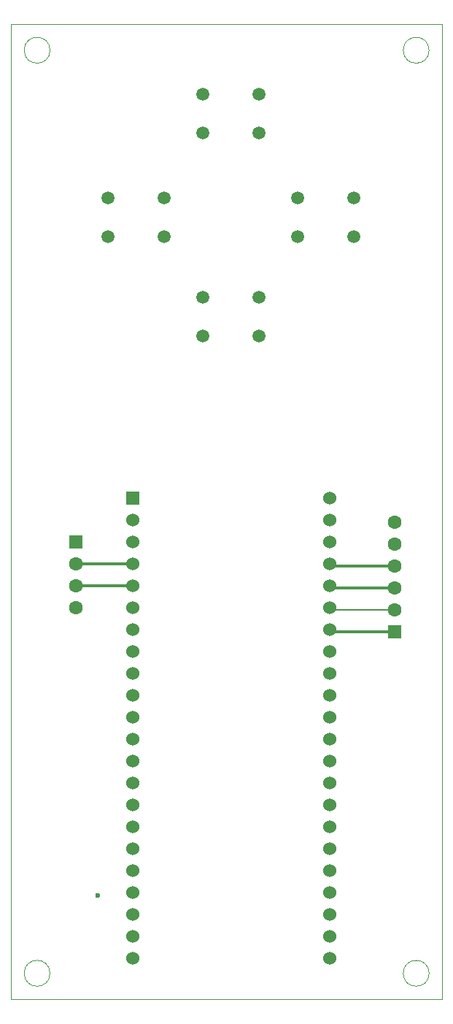
<source format=gbr>
%TF.GenerationSoftware,KiCad,Pcbnew,8.0.6*%
%TF.CreationDate,2024-11-20T17:32:44-08:00*%
%TF.ProjectId,hardware_password,68617264-7761-4726-955f-70617373776f,rev?*%
%TF.SameCoordinates,Original*%
%TF.FileFunction,Copper,L4,Bot*%
%TF.FilePolarity,Positive*%
%FSLAX46Y46*%
G04 Gerber Fmt 4.6, Leading zero omitted, Abs format (unit mm)*
G04 Created by KiCad (PCBNEW 8.0.6) date 2024-11-20 17:32:44*
%MOMM*%
%LPD*%
G01*
G04 APERTURE LIST*
%TA.AperFunction,ComponentPad*%
%ADD10C,1.507998*%
%TD*%
%TA.AperFunction,ComponentPad*%
%ADD11R,1.605000X1.605000*%
%TD*%
%TA.AperFunction,ComponentPad*%
%ADD12C,1.605000*%
%TD*%
%TA.AperFunction,ComponentPad*%
%ADD13R,1.530000X1.530000*%
%TD*%
%TA.AperFunction,ComponentPad*%
%ADD14C,1.530000*%
%TD*%
%TA.AperFunction,ViaPad*%
%ADD15C,0.600000*%
%TD*%
%TA.AperFunction,Conductor*%
%ADD16C,0.300000*%
%TD*%
%TA.AperFunction,Conductor*%
%ADD17C,0.200000*%
%TD*%
%TA.AperFunction,Profile*%
%ADD18C,0.100000*%
%TD*%
G04 APERTURE END LIST*
D10*
%TO.P,SW2,1,1*%
%TO.N,/IO10*%
X110249999Y-58604900D03*
%TO.P,SW2,2*%
X116750001Y-58604900D03*
%TO.P,SW2,3*%
%TO.N,GND*%
X110249999Y-63104901D03*
%TO.P,SW2,4,4*%
X116750001Y-63104901D03*
%TD*%
D11*
%TO.P,J1,1,Pin_1*%
%TO.N,/5V*%
X95500000Y-110460000D03*
D12*
%TO.P,J1,2,Pin_2*%
%TO.N,/SDA*%
X95500000Y-113000000D03*
%TO.P,J1,3,Pin_3*%
%TO.N,/SCL*%
X95500000Y-115540000D03*
%TO.P,J1,4,Pin_4*%
%TO.N,GND*%
X95500000Y-118080000D03*
%TD*%
D13*
%TO.P,U1,J1_1,3V3*%
%TO.N,Net-(U1-3V3-PadJ1_1)*%
X102140000Y-105440000D03*
D14*
%TO.P,U1,J1_2,3V3*%
X102140000Y-107980000D03*
%TO.P,U1,J1_3,RST*%
%TO.N,unconnected-(U1-RST-PadJ1_3)*%
X102140000Y-110520000D03*
%TO.P,U1,J1_4,GPIO4*%
%TO.N,/SDA*%
X102140000Y-113060000D03*
%TO.P,U1,J1_5,GPIO5*%
%TO.N,/SCL*%
X102140000Y-115600000D03*
%TO.P,U1,J1_6,GPIO6*%
%TO.N,unconnected-(U1-GPIO6-PadJ1_6)*%
X102140000Y-118140000D03*
%TO.P,U1,J1_7,GPIO7*%
%TO.N,unconnected-(U1-GPIO7-PadJ1_7)*%
X102140000Y-120680000D03*
%TO.P,U1,J1_8,GPIO15*%
%TO.N,/IO15*%
X102140000Y-123220000D03*
%TO.P,U1,J1_9,GPIO16*%
%TO.N,unconnected-(U1-GPIO16-PadJ1_9)*%
X102140000Y-125760000D03*
%TO.P,U1,J1_10,GPIO17*%
%TO.N,unconnected-(U1-GPIO17-PadJ1_10)*%
X102140000Y-128300000D03*
%TO.P,U1,J1_11,GPIO18*%
%TO.N,unconnected-(U1-GPIO18-PadJ1_11)*%
X102140000Y-130840000D03*
%TO.P,U1,J1_12,GPIO8*%
%TO.N,unconnected-(U1-GPIO8-PadJ1_12)*%
X102140000Y-133380000D03*
%TO.P,U1,J1_13,GPIO3*%
%TO.N,unconnected-(U1-GPIO3-PadJ1_13)*%
X102140000Y-135920000D03*
%TO.P,U1,J1_14,GPIO46*%
%TO.N,unconnected-(U1-GPIO46-PadJ1_14)*%
X102140000Y-138460000D03*
%TO.P,U1,J1_15,GPIO9*%
%TO.N,unconnected-(U1-GPIO9-PadJ1_15)*%
X102140000Y-141000000D03*
%TO.P,U1,J1_16,GPIO10*%
%TO.N,/IO10*%
X102140000Y-143540000D03*
%TO.P,U1,J1_17,GPIO11*%
%TO.N,unconnected-(U1-GPIO11-PadJ1_17)*%
X102140000Y-146080000D03*
%TO.P,U1,J1_18,GPIO12*%
%TO.N,unconnected-(U1-GPIO12-PadJ1_18)*%
X102140000Y-148620000D03*
%TO.P,U1,J1_19,GPIO13*%
%TO.N,/IO13*%
X102140000Y-151160000D03*
%TO.P,U1,J1_20,GPIO14*%
%TO.N,/IO14*%
X102140000Y-153700000D03*
%TO.P,U1,J1_21,5V0*%
%TO.N,/5V*%
X102140000Y-156240000D03*
%TO.P,U1,J1_22,GND*%
%TO.N,GND*%
X102140000Y-158780000D03*
%TO.P,U1,J3_1,GND*%
X125000000Y-105440000D03*
%TO.P,U1,J3_2,U0TXD/GPIO43*%
%TO.N,unconnected-(U1-U0TXD{slash}GPIO43-PadJ3_2)*%
X125000000Y-107980000D03*
%TO.P,U1,J3_3,U0RXD/GPIO44*%
%TO.N,unconnected-(U1-U0RXD{slash}GPIO44-PadJ3_3)*%
X125000000Y-110520000D03*
%TO.P,U1,J3_4,GPIO1*%
%TO.N,/MISO*%
X125000000Y-113060000D03*
%TO.P,U1,J3_5,GPIO2*%
%TO.N,/MOSI*%
X125000000Y-115600000D03*
%TO.P,U1,J3_6,MTMS/GPIO42*%
%TO.N,/SCK*%
X125000000Y-118140000D03*
%TO.P,U1,J3_7,MTDI/GPIO41*%
%TO.N,/CS*%
X125000000Y-120680000D03*
%TO.P,U1,J3_8,MTDO/GPIO40*%
%TO.N,unconnected-(U1-MTDO{slash}GPIO40-PadJ3_8)*%
X125000000Y-123220000D03*
%TO.P,U1,J3_9,MTCK/GPIO39*%
%TO.N,unconnected-(U1-MTCK{slash}GPIO39-PadJ3_9)*%
X125000000Y-125760000D03*
%TO.P,U1,J3_10,GPIO38*%
%TO.N,unconnected-(U1-GPIO38-PadJ3_10)*%
X125000000Y-128300000D03*
%TO.P,U1,J3_11,GPIO37*%
%TO.N,unconnected-(U1-GPIO37-PadJ3_11)*%
X125000000Y-130840000D03*
%TO.P,U1,J3_12,GPIO36*%
%TO.N,unconnected-(U1-GPIO36-PadJ3_12)*%
X125000000Y-133380000D03*
%TO.P,U1,J3_13,GPIO35*%
%TO.N,unconnected-(U1-GPIO35-PadJ3_13)*%
X125000000Y-135920000D03*
%TO.P,U1,J3_14,GPIO0*%
%TO.N,unconnected-(U1-GPIO0-PadJ3_14)*%
X125000000Y-138460000D03*
%TO.P,U1,J3_15,GPIO45*%
%TO.N,unconnected-(U1-GPIO45-PadJ3_15)*%
X125000000Y-141000000D03*
%TO.P,U1,J3_16,GPIO48*%
%TO.N,unconnected-(U1-GPIO48-PadJ3_16)*%
X125000000Y-143540000D03*
%TO.P,U1,J3_17,GPIO47*%
%TO.N,unconnected-(U1-GPIO47-PadJ3_17)*%
X125000000Y-146080000D03*
%TO.P,U1,J3_18,GPIO21*%
%TO.N,unconnected-(U1-GPIO21-PadJ3_18)*%
X125000000Y-148620000D03*
%TO.P,U1,J3_19,USB_D+/GPIO20*%
%TO.N,unconnected-(U1-USB_D+{slash}GPIO20-PadJ3_19)*%
X125000000Y-151160000D03*
%TO.P,U1,J3_20,USB_D-/GPIO19*%
%TO.N,unconnected-(U1-USB_D-{slash}GPIO19-PadJ3_20)*%
X125000000Y-153700000D03*
%TO.P,U1,J3_21,GND*%
%TO.N,GND*%
X125000000Y-156240000D03*
%TO.P,U1,J3_22,GND*%
X125000000Y-158780000D03*
%TD*%
D10*
%TO.P,SW4,1,1*%
%TO.N,/IO13*%
X110249999Y-82104900D03*
%TO.P,SW4,2*%
X116750001Y-82104900D03*
%TO.P,SW4,3*%
%TO.N,GND*%
X110249999Y-86604901D03*
%TO.P,SW4,4,4*%
X116750001Y-86604901D03*
%TD*%
D11*
%TO.P,J2,1,Pin_1*%
%TO.N,/CS*%
X132500000Y-120879000D03*
D12*
%TO.P,J2,2,Pin_2*%
%TO.N,/SCK*%
X132500000Y-118339000D03*
%TO.P,J2,3,Pin_3*%
%TO.N,/MOSI*%
X132500000Y-115799000D03*
%TO.P,J2,4,Pin_4*%
%TO.N,/MISO*%
X132500000Y-113259000D03*
%TO.P,J2,5,Pin_5*%
%TO.N,/5V*%
X132500000Y-110719000D03*
%TO.P,J2,6,Pin_6*%
%TO.N,GND*%
X132500000Y-108179000D03*
%TD*%
D10*
%TO.P,SW1,1,1*%
%TO.N,/IO14*%
X121249999Y-70604900D03*
%TO.P,SW1,2*%
X127750001Y-70604900D03*
%TO.P,SW1,3*%
%TO.N,GND*%
X121249999Y-75104901D03*
%TO.P,SW1,4,4*%
X127750001Y-75104901D03*
%TD*%
%TO.P,SW3,1,1*%
%TO.N,/IO15*%
X99249999Y-70604900D03*
%TO.P,SW3,2*%
X105750001Y-70604900D03*
%TO.P,SW3,3*%
%TO.N,GND*%
X99249999Y-75104901D03*
%TO.P,SW3,4,4*%
X105750001Y-75104901D03*
%TD*%
D15*
%TO.N,GND*%
X98000000Y-151500000D03*
%TD*%
D16*
%TO.N,/SCL*%
X95500000Y-115540000D02*
X102080000Y-115540000D01*
D17*
X102080000Y-115540000D02*
X102140000Y-115600000D01*
D16*
%TO.N,/SDA*%
X102140000Y-113060000D02*
X95560000Y-113060000D01*
D17*
X95560000Y-113060000D02*
X95500000Y-113000000D01*
%TO.N,/SCK*%
X132500000Y-118339000D02*
X125199000Y-118339000D01*
X125199000Y-118339000D02*
X125000000Y-118140000D01*
%TO.N,/MOSI*%
X125199000Y-115799000D02*
X125000000Y-115600000D01*
D16*
X132500000Y-115799000D02*
X125199000Y-115799000D01*
D17*
%TO.N,/CS*%
X125199000Y-120879000D02*
X125000000Y-120680000D01*
D16*
X132500000Y-120879000D02*
X125199000Y-120879000D01*
D17*
%TO.N,/MISO*%
X125199000Y-113259000D02*
X125000000Y-113060000D01*
D16*
X132500000Y-113259000D02*
X125199000Y-113259000D01*
%TD*%
D18*
X92500000Y-53500000D02*
G75*
G02*
X89500000Y-53500000I-1500000J0D01*
G01*
X89500000Y-53500000D02*
G75*
G02*
X92500000Y-53500000I1500000J0D01*
G01*
X136500000Y-53500000D02*
G75*
G02*
X133500000Y-53500000I-1500000J0D01*
G01*
X133500000Y-53500000D02*
G75*
G02*
X136500000Y-53500000I1500000J0D01*
G01*
X88000000Y-50500000D02*
X138000000Y-50500000D01*
X138000000Y-163500000D01*
X88000000Y-163500000D01*
X88000000Y-50500000D01*
X92500000Y-160500000D02*
G75*
G02*
X89500000Y-160500000I-1500000J0D01*
G01*
X89500000Y-160500000D02*
G75*
G02*
X92500000Y-160500000I1500000J0D01*
G01*
X136500000Y-160500000D02*
G75*
G02*
X133500000Y-160500000I-1500000J0D01*
G01*
X133500000Y-160500000D02*
G75*
G02*
X136500000Y-160500000I1500000J0D01*
G01*
M02*

</source>
